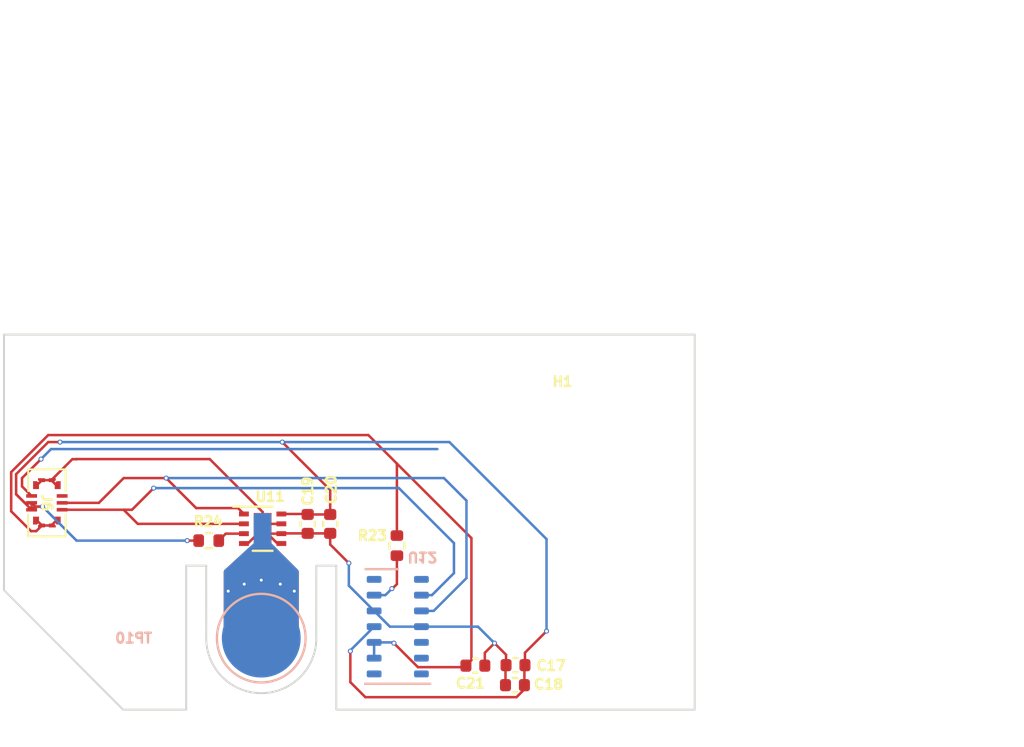
<source format=kicad_pcb>
(kicad_pcb (version 20221018) (generator pcbnew)
  (layers (0 "F.Cu" signal) (31 "B.Cu" signal) (34 "B.Paste" user) (35 "F.Paste" user) (36 "B.SilkS" user "B.Silkscreen") (37 "F.SilkS" user "F.Silkscreen") (38 "B.Mask" user) (39 "F.Mask" user) (44 "Edge.Cuts" user))
  (net 0 "")
  (net 1 "+1V8")
  (net 2 "GND")
  (net 3 "Vdrive")
  (net 4 "/Bio Board V1/SCL")
  (net 5 "/Bio Board V1/SDA")
  (net 6 "/Bio Board V1/INT_2")
  (net 8 "/Bio Board V1/BIO_INT")
  (net 9 "/Bio Board V1/TMP_INT")
  (footprint "Capacitor_SMD:C_0402_1005Metric" (layer "F.Cu") (at 147.746 107.442)
    (fp_text reference "C21" (at -0.2482 0.889 unlocked) (layer "F.SilkS") (effects (font (size 0.5 0.5) (thickness 0.3))))
    (fp_text value "10uF")
    (fp_line (start -0.107836 -0.36) (end 0.107836 -0.36) (stroke (width 0.12)) (layer "F.SilkS"))
    (fp_line (start -0.107836 0.36) (end 0.107836 0.36) (stroke (width 0.12)) (layer "F.SilkS"))
    (pad "1" smd roundrect (at -0.48 0) (size 0.56 0.62) (layers "F.Cu" "F.Paste" "F.Mask") (net 3 "Vdrive"))
    (pad "2" smd roundrect (at 0.48 0) (size 0.56 0.62) (layers "F.Cu" "F.Paste" "F.Mask") (net 2 "GND"))
  )
  (footprint "Resistor_SMD:R_0402_1005Metric" (layer "F.Cu") (at 134.2136 101.092)
    (fp_text reference "R24" (at -0.0254 -0.9652) (layer "F.SilkS") (effects (font (size 0.5 0.5) (thickness 0.125) bold)))
    (fp_text value "1k 0402")
    (fp_line (start -0.153641 -0.38) (end 0.153641 -0.38) (stroke (width 0.12)) (layer "F.SilkS"))
    (fp_line (start -0.153641 0.38) (end 0.153641 0.38) (stroke (width 0.12)) (layer "F.SilkS"))
    (pad "1" smd roundrect (at -0.51 0) (size 0.54 0.64) (layers "F.Cu" "F.Paste" "F.Mask") (net 1 "+1V8"))
    (pad "2" smd roundrect (at 0.51 0) (size 0.54 0.64) (layers "F.Cu" "F.Paste" "F.Mask") (net 9 "/Bio Board V1/TMP_INT"))
  )
  (footprint "Resistor_SMD:R_0402_1005Metric" (layer "F.Cu") (at 143.764 101.346 -90)
    (fp_text reference "R23" (at -0.508 1.2446 -180) (layer "F.SilkS") (effects (font (size 0.5 0.5) (thickness 0.125) bold)))
    (fp_text value "1k 0402")
    (fp_line (start -0.153641 -0.38) (end 0.153641 -0.38) (stroke (width 0.12)) (layer "F.SilkS"))
    (fp_line (start -0.153641 0.38) (end 0.153641 0.38) (stroke (width 0.12)) (layer "F.SilkS"))
    (pad "1" smd roundrect (at -0.51 0 270) (size 0.54 0.64) (layers "F.Cu" "F.Paste" "F.Mask") (net 3 "Vdrive"))
    (pad "2" smd roundrect (at 0.51 0 270) (size 0.54 0.64) (layers "F.Cu" "F.Paste" "F.Mask") (net 8 "/Bio Board V1/BIO_INT"))
  )
  (footprint "Capacitor_SMD:C_0402_1005Metric" (layer "F.Cu") (at 139.236 100.244 90)
    (fp_text reference "C19" (at 1.6666 0.0068 90 unlocked) (layer "F.SilkS") (effects (font (size 0.5 0.5) (thickness 0.3))))
    (fp_text value "100nF")
    (fp_line (start -0.107836 -0.36) (end 0.107836 -0.36) (stroke (width 0.12)) (layer "F.SilkS"))
    (fp_line (start -0.107836 0.36) (end 0.107836 0.36) (stroke (width 0.12)) (layer "F.SilkS"))
    (pad "1" smd roundrect (at -0.48 0 90) (size 0.56 0.62) (layers "F.Cu" "F.Paste" "F.Mask") (net 2 "GND"))
    (pad "2" smd roundrect (at 0.48 0 90) (size 0.56 0.62) (layers "F.Cu" "F.Paste" "F.Mask") (net 1 "+1V8"))
  )
  (footprint "PCM_kikit:Board" (layer "F.Cu") (at 144.8048 90.6018)
    (fp_text reference "BoardBio")
    (fp_text value "Board Bio")
  )
  (footprint "Capacitor_SMD:C_0402_1005Metric" (layer "F.Cu") (at 140.379 100.244 90)
    (fp_text reference "C20" (at 1.7428 0.0576 90 unlocked) (layer "F.SilkS") (effects (font (size 0.5 0.5) (thickness 0.3))))
    (fp_text value "4.7uF")
    (fp_line (start -0.107836 -0.36) (end 0.107836 -0.36) (stroke (width 0.12)) (layer "F.SilkS"))
    (fp_line (start -0.107836 0.36) (end 0.107836 0.36) (stroke (width 0.12)) (layer "F.SilkS"))
    (pad "1" smd roundrect (at -0.48 0 90) (size 0.56 0.62) (layers "F.Cu" "F.Paste" "F.Mask") (net 2 "GND"))
    (pad "2" smd roundrect (at 0.48 0 90) (size 0.56 0.62) (layers "F.Cu" "F.Paste" "F.Mask") (net 1 "+1V8"))
  )
  (footprint "Herald:MillSlot_8.0x1.0mm" (layer "F.Cu") (at 152.1708 94.615)
    (fp_text reference "H1" (at 0 -1.6 unlocked) (layer "F.SilkS") (effects (font (size 0.5 0.5) (thickness 0.3))))
    (fp_text value "ThermalSlot")
    (pad "" np_thru_hole oval (at 0 0) (size 8 1) (drill oval 8 1) (layers "F&B.Cu" "*.Mask"))
  )
  (footprint "Herald:HERALD_V2_CONN_PORT" (layer "F.Cu") (at 126 99.1734 -90)
    (fp_text reference "J6" (at 0 0 -90 unlocked) (layer "F.SilkS") (effects (font (size 0.5 0.5) (thickness 0.125))))
    (fp_text value "HERALD_V2_CONN_PLUG")
    (fp_line (start -1.7 -0.95) (end -0.6 -0.95) (stroke (width 0.1)) (layer "F.SilkS"))
    (fp_line (start -1.7 0.95) (end -1.7 -0.95) (stroke (width 0.1)) (layer "F.SilkS"))
    (fp_line (start -1.7 0.95) (end -0.6 0.95) (stroke (width 0.1)) (layer "F.SilkS"))
    (fp_line (start 1.7 -0.95) (end 0.6 -0.95) (stroke (width 0.1)) (layer "F.SilkS"))
    (fp_line (start 1.7 0.95) (end 0.6 0.95) (stroke (width 0.1)) (layer "F.SilkS"))
    (fp_line (start 1.7 0.95) (end 1.7 -0.95) (stroke (width 0.1)) (layer "F.SilkS"))
    (pad "1" smd custom (at 0.8 -0.5 270) (size 0.2 0.2) (layers "F.Cu" "F.Paste" "F.Mask") (net 3 "Vdrive") (options (clearance outline) (anchor rect)) (primitives (gr_poly (pts (xy 0.2 0.1) (xy 0.3 0) (xy 0.3 -0.2) (xy -0.1 -0.2) (xy -0.1 0.1)) (width 0) (fill yes)) (gr_poly (pts (xy -0.1 -0.2) (xy 0.3 -0.2) (xy 0.3 0) (xy 0.2 0.1) (xy -0.1 0.1)) (width 0) (fill yes))))
    (pad "1" smd custom (at 0.85 0.55 270) (size 0.2 0.2) (layers "F.Cu" "F.Paste" "F.Mask") (net 3 "Vdrive") (options (clearance outline) (anchor rect)) (primitives (gr_poly (pts (xy 0.15 -0.15) (xy -0.15 -0.15) (xy -0.15 0.15) (xy 0.25 0.15) (xy 0.25 -0.05)) (width 0) (fill yes)) (gr_poly (pts (xy -0.15 -0.15) (xy -0.15 0.15) (xy 0.25 0.15) (xy 0.25 -0.05) (xy 0.15 -0.15)) (width 0) (fill yes))))
    (pad "1" smd custom (at 1.15 -0.225 270) (size 0.2 0.25) (layers "F.Cu" "F.Paste" "F.Mask") (net 3 "Vdrive") (options (clearance outline) (anchor rect)) (primitives (gr_poly (pts (xy -0.1 -0.075) (xy -0.1 -0.125) (xy 0 -0.225) (xy 0.1 -0.225) (xy 0.1 -0.075)) (width 0) (fill yes))))
    (pad "1" smd custom (at 1.15 0.25 270) (size 0.2 0.2) (layers "F.Cu" "F.Paste" "F.Mask") (net 3 "Vdrive") (options (clearance outline) (anchor rect)) (primitives (gr_poly (pts (xy -0.1 0.1) (xy 0 0.2) (xy 0.1 0.2) (xy 0.1 -0.15) (xy -0.1 -0.15)) (width 0) (fill yes))))
    (pad "2" smd rect (at 0.35 0.775 270) (size 0.18 0.55) (layers "F.Cu" "F.Paste" "F.Mask") (net 1 "+1V8"))
    (pad "3" smd rect (at 0.35 -0.775 270) (size 0.18 0.55) (layers "F.Cu" "F.Paste" "F.Mask") (net 4 "/Bio Board V1/SCL"))
    (pad "4" smd rect (at 0 0.775 270) (size 0.18 0.55) (layers "F.Cu" "F.Paste" "F.Mask") (net 1 "+1V8"))
    (pad "5" smd rect (at 0 -0.775 270) (size 0.18 0.55) (layers "F.Cu" "F.Paste" "F.Mask") (net 5 "/Bio Board V1/SDA"))
    (pad "6" smd rect (at -0.35 0.775 270) (size 0.18 0.55) (layers "F.Cu" "F.Paste" "F.Mask") (net 6 "/Bio Board V1/INT_2"))
    (pad "7" smd rect (at -0.35 -0.775 270) (size 0.18 0.55) (layers "F.Cu" "F.Paste" "F.Mask"))
    (pad "8" smd custom (at -1.15 -0.225 270) (size 0.2 0.25) (layers "F.Cu" "F.Paste" "F.Mask") (net 2 "GND") (options (clearance outline) (anchor rect)) (primitives (gr_poly (pts (xy 0.1 -0.075) (xy 0.1 -0.125) (xy 0 -0.225) (xy -0.1 -0.225) (xy -0.1 -0.075)) (width 0) (fill yes))))
    (pad "8" smd custom (at -1.15 0.25 270) (size 0.2 0.2) (layers "F.Cu" "F.Paste" "F.Mask") (net 2 "GND") (options (clearance outline) (anchor rect)) (primitives (gr_poly (pts (xy 0.1 0.1) (xy 0 0.2) (xy -0.1 0.2) (xy -0.1 -0.15) (xy 0.1 -0.15)) (width 0) (fill yes))))
    (pad "8" smd custom (at -0.85 0.55 270) (size 0.2 0.2) (layers "F.Cu" "F.Paste" "F.Mask") (net 2 "GND") (options (clearance outline) (anchor rect)) (primitives (gr_poly (pts (xy -0.15 -0.15) (xy 0.15 -0.15) (xy 0.15 0.15) (xy -0.25 0.15) (xy -0.25 -0.05)) (width 0) (fill yes)) (gr_poly (pts (xy 0.15 -0.15) (xy 0.15 0.15) (xy -0.25 0.15) (xy -0.25 -0.05) (xy -0.15 -0.15)) (width 0) (fill yes))))
    (pad "8" smd custom (at -0.8 -0.5 270) (size 0.2 0.2) (layers "F.Cu" "F.Paste" "F.Mask") (net 2 "GND") (options (clearance outline) (anchor rect)) (primitives (gr_poly (pts (xy -0.2 0.1) (xy -0.3 0) (xy -0.3 -0.2) (xy 0.1 -0.2) (xy 0.1 0.1)) (width 0) (fill yes)) (gr_poly (pts (xy 0.1 -0.2) (xy -0.3 -0.2) (xy -0.3 0) (xy -0.2 0.1) (xy 0.1 0.1)) (width 0) (fill yes))))
  )
  (footprint "Capacitor_SMD:C_0402_1005Metric" (layer "F.Cu") (at 149.7832 107.4166 180)
    (fp_text reference "C17" (at -1.804 -0.0254 unlocked) (layer "F.SilkS") (effects (font (size 0.5 0.5) (thickness 0.3))))
    (fp_text value "10uF")
    (fp_line (start -0.107836 -0.36) (end 0.107836 -0.36) (stroke (width 0.12)) (layer "F.SilkS"))
    (fp_line (start -0.107836 0.36) (end 0.107836 0.36) (stroke (width 0.12)) (layer "F.SilkS"))
    (pad "1" smd roundrect (at -0.48 0 180) (size 0.56 0.62) (layers "F.Cu" "F.Paste" "F.Mask") (net 1 "+1V8"))
    (pad "2" smd roundrect (at 0.48 0 180) (size 0.56 0.62) (layers "F.Cu" "F.Paste" "F.Mask") (net 2 "GND"))
  )
  (footprint "Package_SON:WSON-8-1EP_2x2mm_P0.5mm_EP0.9x1.6mm" (layer "F.Cu") (at 136.95 100.489)
    (fp_text reference "U11" (at 0.3878 -1.6322 unlocked) (layer "F.SilkS") (effects (font (size 0.5 0.5) (thickness 0.125))))
    (fp_text value "TMP1075")
    (fp_line (start -1.5 -1.12) (end 0.5 -1.12) (stroke (width 0.12)) (layer "F.SilkS"))
    (fp_line (start 0.5 1.12) (end -0.5 1.12) (stroke (width 0.12)) (layer "F.SilkS"))
    (pad "1" smd rect (at -0.95 -0.75) (size 0.5 0.25) (layers "F.Cu" "F.Paste" "F.Mask") (net 5 "/Bio Board V1/SDA"))
    (pad "2" smd rect (at -0.95 -0.25) (size 0.5 0.25) (layers "F.Cu" "F.Paste" "F.Mask") (net 4 "/Bio Board V1/SCL"))
    (pad "3" smd rect (at -0.95 0.25) (size 0.5 0.25) (layers "F.Cu" "F.Paste" "F.Mask") (net 9 "/Bio Board V1/TMP_INT"))
    (pad "4" smd rect (at -0.95 0.75) (size 0.5 0.25) (layers "F.Cu" "F.Paste" "F.Mask") (net 2 "GND"))
    (pad "5" smd rect (at 0.95 0.75) (size 0.5 0.25) (layers "F.Cu" "F.Paste" "F.Mask") (net 2 "GND"))
    (pad "6" smd rect (at 0.95 0.25) (size 0.5 0.25) (layers "F.Cu" "F.Paste" "F.Mask") (net 2 "GND"))
    (pad "7" smd rect (at 0.95 -0.25) (size 0.5 0.25) (layers "F.Cu" "F.Paste" "F.Mask") (net 2 "GND"))
    (pad "8" smd rect (at 0.95 -0.75) (size 0.5 0.25) (layers "F.Cu" "F.Paste" "F.Mask") (net 1 "+1V8"))
    (pad "9" smd rect (at 0 0) (size 0.9 1.6) (layers "F.Cu" "F.Mask") (net 2 "GND"))
  )
  (footprint "Capacitor_SMD:C_0402_1005Metric" (layer "F.Cu") (at 149.7552 108.4326 180)
    (fp_text reference "C18" (at -1.705 0.0508 unlocked) (layer "F.SilkS") (effects (font (size 0.5 0.5) (thickness 0.3))))
    (fp_text value "100nF")
    (fp_line (start -0.107836 -0.36) (end 0.107836 -0.36) (stroke (width 0.12)) (layer "F.SilkS"))
    (fp_line (start -0.107836 0.36) (end 0.107836 0.36) (stroke (width 0.12)) (layer "F.SilkS"))
    (pad "1" smd roundrect (at -0.48 0 180) (size 0.56 0.62) (layers "F.Cu" "F.Paste" "F.Mask") (net 1 "+1V8"))
    (pad "2" smd roundrect (at 0.48 0 180) (size 0.56 0.62) (layers "F.Cu" "F.Paste" "F.Mask") (net 2 "GND"))
  )
  (footprint "OptoDevice:Maxim_OLGA-14_3.3x5.6mm_P0.8mm" (layer "B.Cu") (at 143.808 105.461 180)
    (fp_text reference "U12" (at -1.2514 3.5308 180 unlocked) (layer "B.SilkS") (effects (font (size 0.5 0.5) (thickness 0.3)) (justify mirror)))
    (fp_text value "MAX30102")
    (fp_line (start 0 2.92) (end 1.64 2.92) (stroke (width 0.12)) (layer "B.SilkS"))
    (fp_line (start 1.66 -2.9) (end -1.65 -2.9) (stroke (width 0.12)) (layer "B.SilkS"))
    (pad "1" smd roundrect (at -1.2 2.4 180) (size 0.75 0.35) (layers "B.Cu" "B.Paste" "B.Mask"))
    (pad "2" smd roundrect (at -1.2 1.6 180) (size 0.75 0.35) (layers "B.Cu" "B.Paste" "B.Mask") (net 4 "/Bio Board V1/SCL"))
    (pad "3" smd roundrect (at -1.2 0.8 180) (size 0.75 0.35) (layers "B.Cu" "B.Paste" "B.Mask") (net 5 "/Bio Board V1/SDA"))
    (pad "4" smd roundrect (at -1.2 0 180) (size 0.75 0.35) (layers "B.Cu" "B.Paste" "B.Mask") (net 2 "GND"))
    (pad "5" smd roundrect (at -1.2 -0.8 180) (size 0.75 0.35) (layers "B.Cu" "B.Paste" "B.Mask"))
    (pad "6" smd roundrect (at -1.2 -1.6 180) (size 0.75 0.35) (layers "B.Cu" "B.Paste" "B.Mask"))
    (pad "7" smd roundrect (at -1.2 -2.4 180) (size 0.75 0.35) (layers "B.Cu" "B.Paste" "B.Mask"))
    (pad "8" smd roundrect (at 1.2 -2.4 180) (size 0.75 0.35) (layers "B.Cu" "B.Paste" "B.Mask"))
    (pad "9" smd roundrect (at 1.2 -1.6 180) (size 0.75 0.35) (layers "B.Cu" "B.Paste" "B.Mask") (net 3 "Vdrive"))
    (pad "10" smd roundrect (at 1.2 -0.8 180) (size 0.75 0.35) (layers "B.Cu" "B.Paste" "B.Mask") (net 3 "Vdrive"))
    (pad "11" smd roundrect (at 1.2 0 180) (size 0.75 0.35) (layers "B.Cu" "B.Paste" "B.Mask") (net 1 "+1V8"))
    (pad "12" smd roundrect (at 1.2 0.8 180) (size 0.75 0.35) (layers "B.Cu" "B.Paste" "B.Mask") (net 2 "GND"))
    (pad "13" smd roundrect (at 1.2 1.6 180) (size 0.75 0.35) (layers "B.Cu" "B.Paste" "B.Mask") (net 8 "/Bio Board V1/BIO_INT"))
    (pad "14" smd roundrect (at 1.2 2.4 180) (size 0.75 0.35) (layers "B.Cu" "B.Paste" "B.Mask"))
  )
  (footprint "TestPoint:TestPoint_Pad_D4.0mm" (layer "B.Cu") (at 136.88 106.045 180)
    (fp_text reference "TP10" (at 6.477 0 unlocked) (layer "B.SilkS") (effects (font (size 0.5 0.5) (thickness 0.3)) (justify mirror)))
    (fp_text value "ThPad")
    (fp_circle (center 0 0) (end 0 -2.25) (stroke (width 0.12)) (fill none) (layer "B.SilkS"))
    (pad "1" smd circle (at 0 0 180) (size 4 4) (layers "B.Cu" "B.Mask") (net 2 "GND"))
  )
  (gr_poly (pts (xy 123.825 103.6066) (xy 129.8696 109.678) (xy 133.07 109.678) (xy 133.07 102.362) (xy 134.086 102.362) (arc (start 134.088882 105.918131) (mid 136.88 108.839) (end 139.671118 105.918131)) (xy 139.674 102.362) (xy 140.69 102.362) (xy 140.69 109.678) (xy 158.877 109.678) (xy 158.877 90.628) (xy 123.825 90.628)) (stroke (width 0.1)) (fill none) (layer "Edge.Cuts"))
  (segment (start 142.1632 109.0422) (end 149.834 109.0422) (width 0.127) (layer "F.Cu") (net 1))
  (segment (start 139.236 99.764) (end 140.379 99.764) (width 0.127) (layer "F.Cu") (net 1))
  (segment (start 150.2352 108.4326) (end 150.2352 107.4446) (width 0.127) (layer "F.Cu") (net 1))
  (segment (start 149.834 109.0422) (end 150.2352 108.641) (width 0.127) (layer "F.Cu") (net 1))
  (segment (start 150.2352 108.641) (end 150.2352 108.4326) (width 0.127) (layer "F.Cu") (net 1))
  (segment (start 126.6692 96.0882) (end 126.068882 96.0882) (width 0.127) (layer "F.Cu") (net 1))
  (segment (start 151.358 105.6894) (end 150.2632 106.7842) (width 0.127) (layer "F.Cu") (net 1))
  (segment (start 125.7808 99.3648) (end 125.3836 99.3648) (width 0.127) (layer "F.Cu") (net 1))
  (segment (start 125.225 99.5234) (end 124.4835 98.7819) (width 0.127) (layer "F.Cu") (net 1))
  (segment (start 125.4164 99.3648) (end 125.225 99.1734) (width 0.127) (layer "F.Cu") (net 1))
  (segment (start 141.4012 106.7054) (end 141.4012 108.2802) (width 0.127) (layer "F.Cu") (net 1))
  (segment (start 124.4405 97.716582) (end 124.4405 98.7389) (width 0.127) (layer "F.Cu") (net 1))
  (segment (start 125.225 99.5234) (end 125.225 99.1734) (width 0.127) (layer "F.Cu") (net 1))
  (segment (start 139.211 99.739) (end 139.236 99.764) (width 0.127) (layer "F.Cu") (net 1))
  (segment (start 137.9 99.739) (end 139.211 99.739) (width 0.127) (layer "F.Cu") (net 1))
  (segment (start 150.2632 106.7842) (end 150.2632 107.4166) (width 0.127) (layer "F.Cu") (net 1))
  (segment (start 124.4835 98.7819) (end 124.875 99.1734) (width 0.127) (layer "F.Cu") (net 1))
  (segment (start 133.1214 101.092) (end 133.7036 101.092) (width 0.127) (layer "F.Cu") (net 1))
  (segment (start 124.875 99.1734) (end 125.225 99.1734) (width 0.127) (layer "F.Cu") (net 1))
  (segment (start 150.2602 108.4076) (end 150.2352 108.4326) (width 0.127) (layer "F.Cu") (net 1))
  (segment (start 137.9468 96.0882) (end 140.379 98.5204) (width 0.127) (layer "F.Cu") (net 1))
  (segment (start 150.4542 107.6076) (end 150.2632 107.4166) (width 0.127) (layer "F.Cu") (net 1))
  (segment (start 125.7808 99.3648) (end 125.4164 99.3648) (width 0.127) (layer "F.Cu") (net 1))
  (segment (start 125.3836 99.3648) (end 125.225 99.5234) (width 0.127) (layer "F.Cu") (net 1))
  (segment (start 124.4405 98.7389) (end 124.4835 98.7819) (width 0.127) (layer "F.Cu") (net 1))
  (segment (start 141.4012 108.2802) (end 142.1632 109.0422) (width 0.127) (layer "F.Cu") (net 1))
  (segment (start 140.379 98.5204) (end 140.379 99.764) (width 0.127) (layer "F.Cu") (net 1))
  (segment (start 126.068882 96.0882) (end 124.4405 97.716582) (width 0.127) (layer "F.Cu") (net 1))
  (via (at 125.7808 99.3648) (size 0.25) (drill 0.15) (layers "F.Cu" "B.Cu") (net 1))
  (via (at 141.4012 106.7054) (size 0.25) (drill 0.15) (layers "F.Cu" "B.Cu") (net 1))
  (via (at 137.9468 96.0882) (size 0.25) (drill 0.15) (layers "F.Cu" "B.Cu") (net 1))
  (via (at 151.358 105.6894) (size 0.25) (drill 0.15) (layers "F.Cu" "B.Cu") (net 1))
  (via (at 133.1214 101.092) (size 0.25) (drill 0.15) (layers "F.Cu" "B.Cu") (net 1))
  (via (at 126.6692 96.0882) (size 0.25) (drill 0.15) (layers "F.Cu" "B.Cu") (net 1))
  (segment (start 151.358 101.015018) (end 146.431182 96.0882) (width 0.127) (layer "B.Cu") (net 1))
  (segment (start 141.4012 106.7054) (end 141.4012 106.6678) (width 0.127) (layer "B.Cu") (net 1))
  (segment (start 141.4012 106.6678) (end 142.608 105.461) (width 0.127) (layer "B.Cu") (net 1))
  (segment (start 151.358 105.6894) (end 151.358 101.015018) (width 0.127) (layer "B.Cu") (net 1))
  (segment (start 127.508 101.092) (end 133.1214 101.092) (width 0.127) (layer "B.Cu") (net 1))
  (segment (start 125.7808 99.3648) (end 127.508 101.092) (width 0.127) (layer "B.Cu") (net 1))
  (segment (start 146.431182 96.0882) (end 126.6692 96.0882) (width 0.127) (layer "B.Cu") (net 1))
  (segment (start 141.325 102.235) (end 140.379 101.289) (width 0.127) (layer "F.Cu") (net 2))
  (segment (start 126.5 98.2984) (end 126.225 98.0234) (width 0.127) (layer "F.Cu") (net 2))
  (segment (start 126.225 98.0234) (end 127.2918 96.9566) (width 0.127) (layer "F.Cu") (net 2))
  (segment (start 140.379 100.724) (end 139.236 100.724) (width 0.127) (layer "F.Cu") (net 2))
  (segment (start 127.4998 96.9518) (end 134.2644 96.9518) (width 0.127) (layer "F.Cu") (net 2))
  (segment (start 149.2752 108.4326) (end 149.2752 107.4446) (width 0.127) (layer "F.Cu") (net 2))
  (segment (start 127.2918 96.9566) (end 127.495 96.9566) (width 0.127) (layer "F.Cu") (net 2))
  (segment (start 137.9 100.739) (end 137.2 100.739) (width 0.127) (layer "F.Cu") (net 2))
  (segment (start 137.915 100.724) (end 137.9 100.739) (width 0.127) (layer "F.Cu") (net 2))
  (segment (start 148.226 106.7894) (end 148.226 107.442) (width 0.127) (layer "F.Cu") (net 2))
  (segment (start 140.379 101.289) (end 140.379 100.724) (width 0.127) (layer "F.Cu") (net 2))
  (segment (start 137.2 100.239) (end 136.95 100.489) (width 0.127) (layer "F.Cu") (net 2))
  (segment (start 136.2 101.239) (end 136.95 100.489) (width 0.127) (layer "F.Cu") (net 2))
  (segment (start 125.45 98.3234) (end 125.75 98.0234) (width 0.127) (layer "F.Cu") (net 2))
  (segment (start 137.9 101.239) (end 137.7 101.239) (width 0.127) (layer "F.Cu") (net 2))
  (segment (start 136.95 99.6374) (end 136.95 100.489) (width 0.127) (layer "F.Cu") (net 2))
  (segment (start 139.236 100.724) (end 137.915 100.724) (width 0.127) (layer "F.Cu") (net 2))
  (segment (start 137.7 101.239) (end 136.95 100.489) (width 0.127) (layer "F.Cu") (net 2))
  (segment (start 136 101.239) (end 136.2 101.239) (width 0.127) (layer "F.Cu") (net 2))
  (segment (start 149.3032 106.8858) (end 148.7164 106.299) (width 0.127) (layer "F.Cu") (net 2))
  (segment (start 149.3032 107.4166) (end 149.3032 106.8858) (width 0.127) (layer "F.Cu") (net 2))
  (segment (start 137.9 100.239) (end 137.2 100.239) (width 0.127) (layer "F.Cu") (net 2))
  (segment (start 137.2 100.739) (end 136.95 100.489) (width 0.127) (layer "F.Cu") (net 2))
  (segment (start 127.495 96.9566) (end 127.4998 96.9518) (width 0.127) (layer "F.Cu") (net 2))
  (segment (start 149.2752 107.4446) (end 149.3032 107.4166) (width 0.127) (layer "F.Cu") (net 2))
  (segment (start 134.2644 96.9518) (end 136.95 99.6374) (width 0.127) (layer "F.Cu") (net 2))
  (segment (start 126.5 98.3734) (end 126.5 98.2984) (width 0.127) (layer "F.Cu") (net 2))
  (segment (start 125.75 98.0234) (end 126.225 98.0234) (width 0.127) (layer "F.Cu") (net 2))
  (segment (start 148.7164 106.299) (end 148.226 106.7894) (width 0.127) (layer "F.Cu") (net 2))
  (via (at 137.8452 103.3018) (size 0.25) (drill 0.15) (layers "F.Cu" "B.Cu") (net 2))
  (via (at 148.7164 106.299) (size 0.25) (drill 0.15) (layers "F.Cu" "B.Cu") (net 2))
  (via (at 135.2036 103.6574) (size 0.25) (drill 0.15) (layers "F.Cu" "B.Cu") (net 2))
  (via (at 141.325 102.235) (size 0.25) (drill 0.15) (layers "F.Cu" "B.Cu") (net 2))
  (via (at 138.5564 103.6574) (size 0.25) (drill 0.15) (layers "F.Cu" "B.Cu") (net 2))
  (via (at 136.0164 103.3018) (size 0.25) (drill 0.15) (layers "F.Cu" "B.Cu") (net 2))
  (via (at 136.88 103.0986) (size 0.25) (drill 0.15) (layers "F.Cu" "B.Cu") (net 2))
  (segment (start 137.8452 103.3018) (end 137.8452 105.0798) (width 0.127) (layer "B.Cu") (net 2))
  (segment (start 145.008 105.461) (end 143.408 105.461) (width 0.127) (layer "B.Cu") (net 2))
  (segment (start 141.325 103.378) (end 142.608 104.661) (width 0.127) (layer "B.Cu") (net 2))
  (segment (start 138.5564 104.3686) (end 136.88 106.045) (width 0.127) (layer "B.Cu") (net 2))
  (segment (start 147.8784 105.461) (end 145.008 105.461) (width 0.127) (layer "B.Cu") (net 2))
  (segment (start 143.408 105.461) (end 142.608 104.661) (width 0.127) (layer "B.Cu") (net 2))
  (segment (start 137.8452 105.0798) (end 136.88 106.045) (width 0.127) (layer "B.Cu") (net 2))
  (segment (start 148.7164 106.299) (end 147.8784 105.461) (width 0.127) (layer "B.Cu") (net 2))
  (segment (start 136.0164 103.3018) (end 136.0164 105.1814) (width 0.127) (layer "B.Cu") (net 2))
  (segment (start 135.2036 104.3686) (end 136.88 106.045) (width 0.127) (layer "B.Cu") (net 2))
  (segment (start 141.325 102.235) (end 141.325 103.378) (width 0.127) (layer "B.Cu") (net 2))
  (segment (start 135.2036 103.6574) (end 135.2036 104.3686) (width 0.127) (layer "B.Cu") (net 2))
  (segment (start 138.5564 103.6574) (end 138.5564 104.3686) (width 0.127) (layer "B.Cu") (net 2))
  (segment (start 136.88 103.0986) (end 136.88 106.045) (width 0.127) (layer "B.Cu") (net 2))
  (segment (start 136.0164 105.1814) (end 136.88 106.045) (width 0.127) (layer "B.Cu") (net 2))
  (segment (start 125.196 100.6094) (end 124.1885 99.6019) (width 0.127) (layer "F.Cu") (net 3))
  (segment (start 142.3156 95.7326) (end 143.7383 97.1553) (width 0.127) (layer "F.Cu") (net 3))
  (segment (start 125.45 100.0234) (end 125.75 100.3234) (width 0.127) (layer "F.Cu") (net 3))
  (segment (start 147.238 107.47) (end 147.266 107.442) (width 0.127) (layer "F.Cu") (net 3))
  (segment (start 147.1898 107.5182) (end 144.8302 107.5182) (width 0.127) (layer "F.Cu") (net 3))
  (segment (start 126.5 100.0484) (end 126.225 100.3234) (width 0.127) (layer "F.Cu") (net 3))
  (segment (start 143.764 100.836) (end 143.764 97.181) (width 0.127) (layer "F.Cu") (net 3))
  (segment (start 126.5 99.9734) (end 126.5 100.0484) (width 0.127) (layer "F.Cu") (net 3))
  (segment (start 124.1885 97.6122) (end 126.0681 95.7326) (width 0.127) (layer "F.Cu") (net 3))
  (segment (start 125.464 100.6094) (end 125.196 100.6094) (width 0.127) (layer "F.Cu") (net 3))
  (segment (start 147.546 100.963) (end 147.546 107.162) (width 0.127) (layer "F.Cu") (net 3))
  (segment (start 144.8302 107.5182) (end 143.611 106.299) (width 0.127) (layer "F.Cu") (net 3))
  (segment (start 125.75 100.3234) (end 126.225 100.3234) (width 0.127) (layer "F.Cu") (net 3))
  (segment (start 143.7383 97.1553) (end 147.546 100.963) (width 0.127) (layer "F.Cu") (net 3))
  (segment (start 124.1885 99.6019) (end 124.1885 97.6122) (width 0.127) (layer "F.Cu") (net 3))
  (segment (start 126.0681 95.7326) (end 142.3156 95.7326) (width 0.127) (layer "F.Cu") (net 3))
  (segment (start 147.266 107.442) (end 147.1898 107.5182) (width 0.127) (layer "F.Cu") (net 3))
  (segment (start 147.546 107.162) (end 147.266 107.442) (width 0.127) (layer "F.Cu") (net 3))
  (segment (start 125.75 100.3234) (end 125.464 100.6094) (width 0.127) (layer "F.Cu") (net 3))
  (segment (start 143.764 97.181) (end 143.7383 97.1553) (width 0.127) (layer "F.Cu") (net 3))
  (via (at 143.611 106.299) (size 0.25) (drill 0.15) (layers "F.Cu" "B.Cu") (net 3))
  (segment (start 142.608 106.261) (end 142.608 107.061) (width 0.127) (layer "B.Cu") (net 3))
  (segment (start 142.608 106.261) (end 143.573 106.261) (width 0.127) (layer "B.Cu") (net 3))
  (segment (start 143.573 106.261) (end 143.611 106.299) (width 0.127) (layer "B.Cu") (net 3))
  (segment (start 131.419 98.425) (end 130.3206 99.5234) (width 0.127) (layer "F.Cu") (net 4))
  (segment (start 136 100.239) (end 130.6112 100.239) (width 0.127) (layer "F.Cu") (net 4))
  (segment (start 130.6112 100.239) (end 129.8956 99.5234) (width 0.127) (layer "F.Cu") (net 4))
  (segment (start 130.3206 99.5234) (end 126.775 99.5234) (width 0.127) (layer "F.Cu") (net 4))
  (via (at 131.419 98.425) (size 0.25) (drill 0.15) (layers "F.Cu" "B.Cu") (net 4))
  (segment (start 145.541 103.861) (end 146.659 102.743) (width 0.127) (layer "B.Cu") (net 4))
  (segment (start 146.659 102.743) (end 146.659 101.219) (width 0.127) (layer "B.Cu") (net 4))
  (segment (start 145.008 103.861) (end 145.541 103.861) (width 0.127) (layer "B.Cu") (net 4))
  (segment (start 143.865 98.425) (end 131.419 98.425) (width 0.127) (layer "B.Cu") (net 4))
  (segment (start 146.659 101.219) (end 143.865 98.425) (width 0.127) (layer "B.Cu") (net 4))
  (segment (start 128.6386 99.1734) (end 126.775 99.1734) (width 0.127) (layer "F.Cu") (net 5))
  (segment (start 128.6434 99.1686) (end 128.6386 99.1734) (width 0.127) (layer "F.Cu") (net 5))
  (segment (start 132.054 97.917) (end 129.895 97.917) (width 0.127) (layer "F.Cu") (net 5))
  (segment (start 129.895 97.917) (end 128.6434 99.1686) (width 0.127) (layer "F.Cu") (net 5))
  (segment (start 132.054 97.917) (end 133.578 99.441) (width 0.127) (layer "F.Cu") (net 5))
  (segment (start 135.702 99.441) (end 136 99.739) (width 0.127) (layer "F.Cu") (net 5))
  (segment (start 133.578 99.441) (end 135.702 99.441) (width 0.127) (layer "F.Cu") (net 5))
  (via (at 132.054 97.917) (size 0.25) (drill 0.15) (layers "F.Cu" "B.Cu") (net 5))
  (segment (start 146.151 97.917) (end 147.294 99.06) (width 0.127) (layer "B.Cu") (net 5))
  (segment (start 145.63 104.661) (end 145.008 104.661) (width 0.127) (layer "B.Cu") (net 5))
  (segment (start 146.151 97.917) (end 132.054 97.917) (width 0.127) (layer "B.Cu") (net 5))
  (segment (start 147.294 99.06) (end 147.294 102.997) (width 0.127) (layer "B.Cu") (net 5))
  (segment (start 147.294 102.997) (end 145.63 104.661) (width 0.127) (layer "B.Cu") (net 5))
  (segment (start 124.7388 97.917) (end 124.7388 98.3372) (width 0.127) (layer "F.Cu") (net 6))
  (segment (start 125.704 96.9518) (end 124.7388 97.917) (width 0.127) (layer "F.Cu") (net 6))
  (segment (start 124.7388 98.3372) (end 125.225 98.8234) (width 0.127) (layer "F.Cu") (net 6))
  (via (at 125.704 96.9518) (size 0.25) (drill 0.15) (layers "F.Cu" "B.Cu") (net 6))
  (segment (start 145.8208 96.4438) (end 126.212 96.4438) (width 0.127) (layer "B.Cu") (net 6))
  (segment (start 126.212 96.4438) (end 125.704 96.9518) (width 0.127) (layer "B.Cu") (net 6))
  (segment (start 143.5354 103.5304) (end 143.51 103.5304) (width 0.127) (layer "F.Cu") (net 8))
  (segment (start 143.51 103.5558) (end 143.5354 103.5304) (width 0.127) (layer "F.Cu") (net 8))
  (segment (start 143.764 103.3018) (end 143.5354 103.5304) (width 0.127) (layer "F.Cu") (net 8))
  (segment (start 143.51 103.5304) (end 143.51 103.5558) (width 0.127) (layer "F.Cu") (net 8))
  (segment (start 143.764 101.856) (end 143.764 103.3018) (width 0.127) (layer "F.Cu") (net 8))
  (via (at 143.51 103.5304) (size 0.25) (drill 0.15) (layers "F.Cu" "B.Cu") (net 8))
  (segment (start 142.608 103.861) (end 143.1794 103.861) (width 0.127) (layer "B.Cu") (net 8))
  (segment (start 143.1794 103.861) (end 143.51 103.5304) (width 0.127) (layer "B.Cu") (net 8))
  (segment (start 136 100.739) (end 135.0766 100.739) (width 0.127) (layer "F.Cu") (net 9))
  (segment (start 135.0766 100.739) (end 134.7236 101.092) (width 0.127) (layer "F.Cu") (net 9))
  (zone (net 2) (net_name "GND") (layers "F&B.Cu") (priority 4) (connect_pads yes (clearance 0.5)) (min_thickness 0.25) (fill yes (thermal_gap 0.5) (thermal_bridge_width 0.5))
    (polygon (pts (xy 134.975 106.172) (xy 134.975 102.616) (xy 136.499 101.219) (xy 136.499 99.695) (xy 137.388 99.695) (xy 137.388 101.219) (xy 138.785 102.616) (xy 138.785 106.172)))
  )
)
</source>
